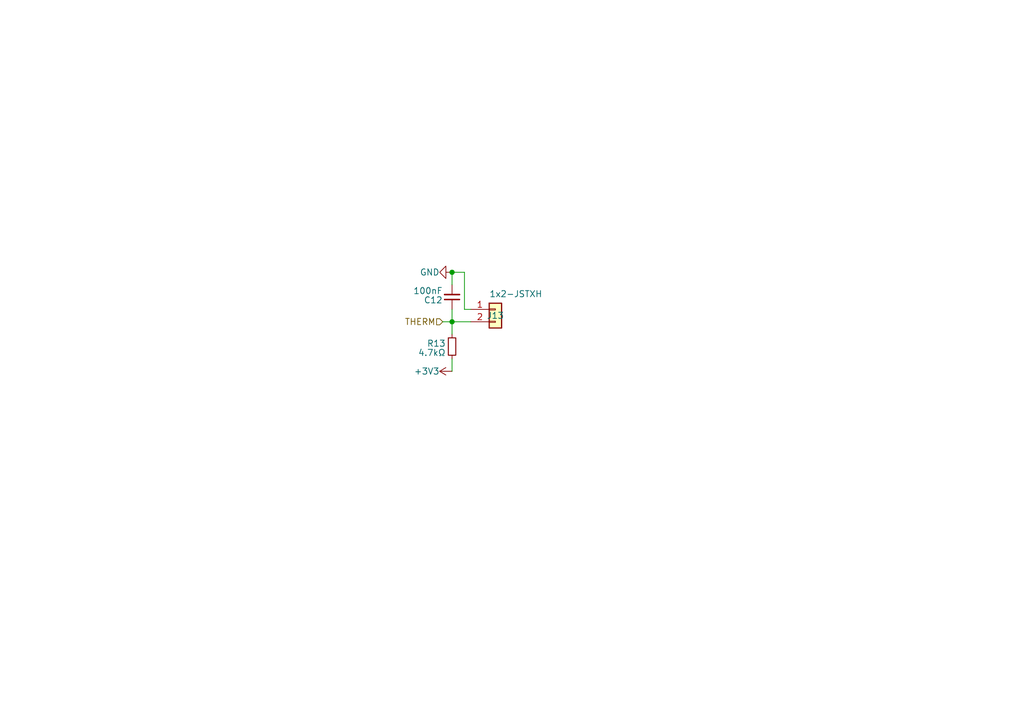
<source format=kicad_sch>
(kicad_sch (version 20231120) (generator "eeschema") (generator_version "8.0")
  (paper "A5")
  (lib_symbols
    (symbol "Connector_Generic:Conn_01x02" (pin_names (offset 1.016) hide)
      (property "Reference" "J" (at 0 2.54 0))
      (property "Value" "Conn_01x02" (at 0 -5.08 0))
      (symbol "Conn_01x02_1_1"
        (rectangle (start -1.27 -2.413) (end 0 -2.667) (stroke (width 0.1524)))
        (rectangle (start -1.27 0.127) (end 0 -0.127) (stroke (width 0.1524)))
        (rectangle (start -1.27 1.27) (end 1.27 -3.81) (stroke (width 0.254)) (fill (type background)))
        (pin passive line (at -5.08 0 0) (length 3.81) (name "Pin_1") (number "1"))
        (pin passive line (at -5.08 -2.54 0) (length 3.81) (name "Pin_2") (number "2"))
      )
    )
    (symbol "Device:C_Small" (pin_numbers hide) (pin_names (offset 0.254) hide)
      (property "Reference" "C" (at 0.254 1.778 0))
      (property "Value" "C_Small" (at 0.254 -2.032 0))
      (symbol "C_Small_0_1"
        (polyline (pts (xy -1.524 -0.508) (xy 1.524 -0.508)) (stroke (width 0.3302)))
        (polyline (pts (xy -1.524 0.508) (xy 1.524 0.508)) (stroke (width 0.3048)))
      )
      (symbol "C_Small_1_1"
        (pin passive line (at 0 2.54 270) (length 2.032) (name "~") (number "1"))
        (pin passive line (at 0 -2.54 90) (length 2.032) (name "~") (number "2"))
      )
    )
    (symbol "Device:R_Small" (pin_numbers hide) (pin_names (offset 0.254) hide)
      (property "Reference" "R" (at 0.762 0.508 0))
      (property "Value" "R_Small" (at 0.762 -1.016 0))
      (symbol "R_Small_0_1"
        (rectangle (start -0.762 1.778) (end 0.762 -1.778) (stroke (width 0.2032)))
      )
      (symbol "R_Small_1_1"
        (pin passive line (at 0 2.54 270) (length 0.762) (name "~") (number "1"))
        (pin passive line (at 0 -2.54 90) (length 0.762) (name "~") (number "2"))
      )
    )
    (symbol "power:+3V3" (power) (pin_numbers hide) (pin_names (offset 0) hide)
      (property "Value" "+3V3" (at 0 3.556 0))
      (symbol "+3V3_0_1"
        (polyline (pts (xy -0.762 1.27) (xy 0 2.54)))
        (polyline (pts (xy 0 0) (xy 0 2.54)))
        (polyline (pts (xy 0 2.54) (xy 0.762 1.27)))
      )
      (symbol "+3V3_1_1"
        (pin power_in line (at 0 0 90) (length 0) (name "~") (number "1"))
      )
    )
    (symbol "power:GND" (power) (pin_numbers hide) (pin_names (offset 0) hide)
      (property "Value" "GND" (at 0 -3.81 0))
      (symbol "GND_0_1"
        (polyline (pts (xy 0 0) (xy 0 -1.27) (xy 1.27 -1.27) (xy 0 -2.54) (xy -1.27 -1.27) (xy 0 -1.27)))
      )
      (symbol "GND_1_1"
        (pin power_in line (at 0 0 270) (length 0) (name "~") (number "1"))
      )
    )
  )
  (junction (at 92.71 55.88))
  (junction (at 92.71 66.04))
  (wire (pts (xy 92.71 66.04) (xy 96.52 66.04)))
  (wire (pts (xy 90.805 66.04) (xy 92.71 66.04)))
  (wire (pts (xy 95.25 55.88) (xy 95.25 63.5)))
  (wire (pts (xy 92.71 55.88) (xy 92.71 58.42)))
  (wire (pts (xy 92.71 73.66) (xy 92.71 76.2)))
  (wire (pts (xy 95.25 63.5) (xy 96.52 63.5)))
  (wire (pts (xy 92.71 63.5) (xy 92.71 66.04)))
  (wire (pts (xy 92.71 66.04) (xy 92.71 68.58)))
  (wire (pts (xy 92.71 55.88) (xy 95.25 55.88)))
  (hierarchical_label "THERM" (shape input) (at 90.805 66.04 180))
  (symbol (lib_id "power:GND") (at 92.71 55.88 270) (unit 1)
    (property "Reference" "#PWR026" (effects (hide yes)))
    (property "Value" "GND" (at 90.17 55.88 90) (effects (justify right)))
    (property "Description" "Power symbol creates a global label with name \"GND\" , ground" (effects (hide yes)))
    (instances (project "HostBoard" (path "" (reference "#PWR026") (unit 1)) (path "" (reference "#PWR029") (unit 1)) (path "" (reference "#PWR028") (unit 1)) (path "" (reference "#PWR027") (unit 1)) (path "" (reference "#PWR017") (unit 1)) (path "" (reference "#PWR015") (unit 1)) (path "" (reference "#PWR013") (unit 1)) (path "" (reference "#PWR019") (unit 1)) (path "" (reference "#PWR021") (unit 1)) (path "" (reference "#PWR025") (unit 1))))
  )
  (symbol (lib_id "Device:C_Small") (at 92.71 60.96 180) (unit 1)
    (property "Reference" "C12" (at 90.805 61.595 0) (effects (justify left)))
    (property "Value" "100nF" (at 90.805 59.69 0) (effects (justify left)))
    (property "Footprint" "Capacitor_SMD:C_0603_1608Metric" (effects (hide yes)))
    (property "Description" "10v X7R MLCC" (effects (hide yes)))
    (property "LCSC" " C14663" (effects (hide yes)))
    (instances (project "" (path "" (reference "C12") (unit 1)) (path "" (reference "C15") (unit 1)) (path "" (reference "C14") (unit 1)) (path "" (reference "C13") (unit 1)) (path "" (reference "C8") (unit 1)) (path "" (reference "C7") (unit 1)) (path "" (reference "C6") (unit 1)) (path "" (reference "C9") (unit 1)) (path "" (reference "C10") (unit 1)) (path "" (reference "C11") (unit 1))))
  )
  (symbol (lib_id "power:+3V3") (at 92.71 76.2 90) (unit 1)
    (property "Reference" "#PWR031" (effects (hide yes)))
    (property "Value" "+3V3" (at 90.17 76.2 90) (effects (justify left)))
    (property "Description" "Power symbol creates a global label with name \"+3V3\"" (effects (hide yes)))
    (instances (project "HostBoard" (path "" (reference "#PWR031") (unit 1)) (path "" (reference "#PWR040") (unit 1)) (path "" (reference "#PWR039") (unit 1)) (path "" (reference "#PWR038") (unit 1)) (path "" (reference "#PWR016") (unit 1)) (path "" (reference "#PWR014") (unit 1)) (path "" (reference "#PWR04") (unit 1)) (path "" (reference "#PWR018") (unit 1)) (path "" (reference "#PWR020") (unit 1)) (path "" (reference "#PWR022") (unit 1))))
  )
  (symbol (lib_id "Connector_Generic:Conn_01x02") (at 101.6 63.5 0) (unit 1)
    (property "Reference" "J13" (at 101.6 64.77 0))
    (property "Value" "1x2-JSTXH" (at 100.33 60.325 0) (effects (justify left)))
    (property "Footprint" "CustomFootprints:JST-XH_1x02-V ~ Custom" (effects (hide yes)))
    (property "Description" "Generic connector, single row, 01x02, script generated (kicad-library-utils/schlib/autogen/connector/)" (effects (hide yes)))
    (property "LCSC" "C5160911" (effects (hide yes)))
    (instances (project "" (path "" (reference "J13") (unit 1)) (path "" (reference "J16") (unit 1)) (path "" (reference "J15") (unit 1)) (path "" (reference "J14") (unit 1)) (path "" (reference "J9") (unit 1)) (path "" (reference "J8") (unit 1)) (path "" (reference "J7") (unit 1)) (path "" (reference "J10") (unit 1)) (path "" (reference "J11") (unit 1)) (path "" (reference "J12") (unit 1))))
  )
  (symbol (lib_id "Device:R_Small") (at 92.71 71.12 180) (unit 1)
    (property "Reference" "R13" (at 91.44 70.485 0) (effects (justify left)))
    (property "Value" "4.7kΩ" (at 91.44 72.39 0) (effects (justify left)))
    (property "Footprint" "Resistor_SMD:R_0603_1608Metric" (effects (hide yes)))
    (property "Description" "Resistor, small symbol" (effects (hide yes)))
    (property "LCSC" "C2989672" (effects (hide yes)))
    (instances (project "" (path "" (reference "R13") (unit 1)) (path "" (reference "R16") (unit 1)) (path "" (reference "R15") (unit 1)) (path "" (reference "R14") (unit 1)) (path "" (reference "R9") (unit 1)) (path "" (reference "R8") (unit 1)) (path "" (reference "R7") (unit 1)) (path "" (reference "R10") (unit 1)) (path "" (reference "R11") (unit 1)) (path "" (reference "R12") (unit 1))))
  )
)
</source>
